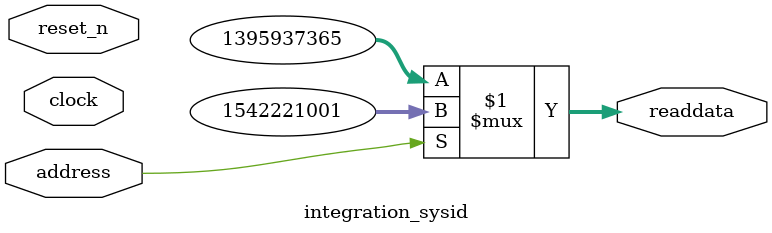
<source format=v>

`timescale 1ns / 1ps
// synthesis translate_on

// turn off superfluous verilog processor warnings 
// altera message_level Level1 
// altera message_off 10034 10035 10036 10037 10230 10240 10030 

module integration_sysid (
               // inputs:
                address,
                clock,
                reset_n,

               // outputs:
                readdata
             )
;

  output  [ 31: 0] readdata;
  input            address;
  input            clock;
  input            reset_n;

  wire    [ 31: 0] readdata;
  //control_slave, which is an e_avalon_slave
  assign readdata = address ? 1542221001 : 1395937365;

endmodule




</source>
